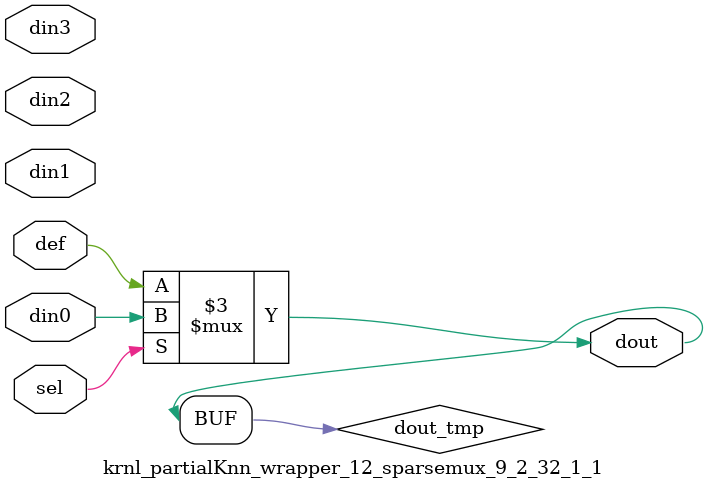
<source format=v>
`timescale 1ns / 1ps

module krnl_partialKnn_wrapper_12_sparsemux_9_2_32_1_1 (din0,din1,din2,din3,def,sel,dout);

parameter din0_WIDTH = 1;

parameter din1_WIDTH = 1;

parameter din2_WIDTH = 1;

parameter din3_WIDTH = 1;

parameter def_WIDTH = 1;
parameter sel_WIDTH = 1;
parameter dout_WIDTH = 1;

parameter [sel_WIDTH-1:0] CASE0 = 1;

parameter [sel_WIDTH-1:0] CASE1 = 1;

parameter [sel_WIDTH-1:0] CASE2 = 1;

parameter [sel_WIDTH-1:0] CASE3 = 1;

parameter ID = 1;
parameter NUM_STAGE = 1;



input [din0_WIDTH-1:0] din0;

input [din1_WIDTH-1:0] din1;

input [din2_WIDTH-1:0] din2;

input [din3_WIDTH-1:0] din3;

input [def_WIDTH-1:0] def;
input [sel_WIDTH-1:0] sel;

output [dout_WIDTH-1:0] dout;



reg [dout_WIDTH-1:0] dout_tmp;

always @ (*) begin
case (sel)
    
    CASE0 : dout_tmp = din0;
    
    CASE1 : dout_tmp = din1;
    
    CASE2 : dout_tmp = din2;
    
    CASE3 : dout_tmp = din3;
    
    default : dout_tmp = def;
endcase
end


assign dout = dout_tmp;



endmodule

</source>
